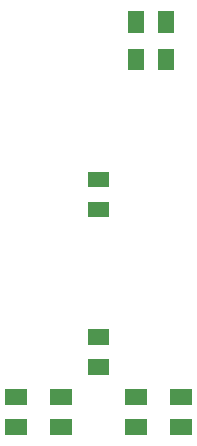
<source format=gbp>
G04 #@! TF.GenerationSoftware,KiCad,Pcbnew,(5.1.6)-1*
G04 #@! TF.CreationDate,2023-01-22T16:57:25+01:00*
G04 #@! TF.ProjectId,testing-board,74657374-696e-4672-9d62-6f6172642e6b,rev?*
G04 #@! TF.SameCoordinates,Original*
G04 #@! TF.FileFunction,Paste,Bot*
G04 #@! TF.FilePolarity,Positive*
%FSLAX46Y46*%
G04 Gerber Fmt 4.6, Leading zero omitted, Abs format (unit mm)*
G04 Created by KiCad (PCBNEW (5.1.6)-1) date 2023-01-22 16:57:25*
%MOMM*%
%LPD*%
G01*
G04 APERTURE LIST*
%ADD10C,0.100000*%
G04 APERTURE END LIST*
D10*
G36*
X136155000Y-94630000D02*
G01*
X134355000Y-94630000D01*
X134355000Y-93330000D01*
X136155000Y-93330000D01*
X136155000Y-94630000D01*
G37*
G36*
X136155000Y-97170000D02*
G01*
X134355000Y-97170000D01*
X134355000Y-95870000D01*
X136155000Y-95870000D01*
X136155000Y-97170000D01*
G37*
G36*
X136155000Y-107965000D02*
G01*
X134355000Y-107965000D01*
X134355000Y-106665000D01*
X136155000Y-106665000D01*
X136155000Y-107965000D01*
G37*
G36*
X136155000Y-110505000D02*
G01*
X134355000Y-110505000D01*
X134355000Y-109205000D01*
X136155000Y-109205000D01*
X136155000Y-110505000D01*
G37*
G36*
X129170000Y-113045000D02*
G01*
X127370000Y-113045000D01*
X127370000Y-111745000D01*
X129170000Y-111745000D01*
X129170000Y-113045000D01*
G37*
G36*
X129170000Y-115585000D02*
G01*
X127370000Y-115585000D01*
X127370000Y-114285000D01*
X129170000Y-114285000D01*
X129170000Y-115585000D01*
G37*
G36*
X132980000Y-113045000D02*
G01*
X131180000Y-113045000D01*
X131180000Y-111745000D01*
X132980000Y-111745000D01*
X132980000Y-113045000D01*
G37*
G36*
X132980000Y-115585000D02*
G01*
X131180000Y-115585000D01*
X131180000Y-114285000D01*
X132980000Y-114285000D01*
X132980000Y-115585000D01*
G37*
G36*
X139330000Y-113045000D02*
G01*
X137530000Y-113045000D01*
X137530000Y-111745000D01*
X139330000Y-111745000D01*
X139330000Y-113045000D01*
G37*
G36*
X139330000Y-115585000D02*
G01*
X137530000Y-115585000D01*
X137530000Y-114285000D01*
X139330000Y-114285000D01*
X139330000Y-115585000D01*
G37*
G36*
X143140000Y-113045000D02*
G01*
X141340000Y-113045000D01*
X141340000Y-111745000D01*
X143140000Y-111745000D01*
X143140000Y-113045000D01*
G37*
G36*
X143140000Y-115585000D02*
G01*
X141340000Y-115585000D01*
X141340000Y-114285000D01*
X143140000Y-114285000D01*
X143140000Y-115585000D01*
G37*
G36*
X140320000Y-84720000D02*
G01*
X140320000Y-82920000D01*
X141620000Y-82920000D01*
X141620000Y-84720000D01*
X140320000Y-84720000D01*
G37*
G36*
X137780000Y-84720000D02*
G01*
X137780000Y-82920000D01*
X139080000Y-82920000D01*
X139080000Y-84720000D01*
X137780000Y-84720000D01*
G37*
G36*
X140320000Y-81545000D02*
G01*
X140320000Y-79745000D01*
X141620000Y-79745000D01*
X141620000Y-81545000D01*
X140320000Y-81545000D01*
G37*
G36*
X137780000Y-81545000D02*
G01*
X137780000Y-79745000D01*
X139080000Y-79745000D01*
X139080000Y-81545000D01*
X137780000Y-81545000D01*
G37*
M02*

</source>
